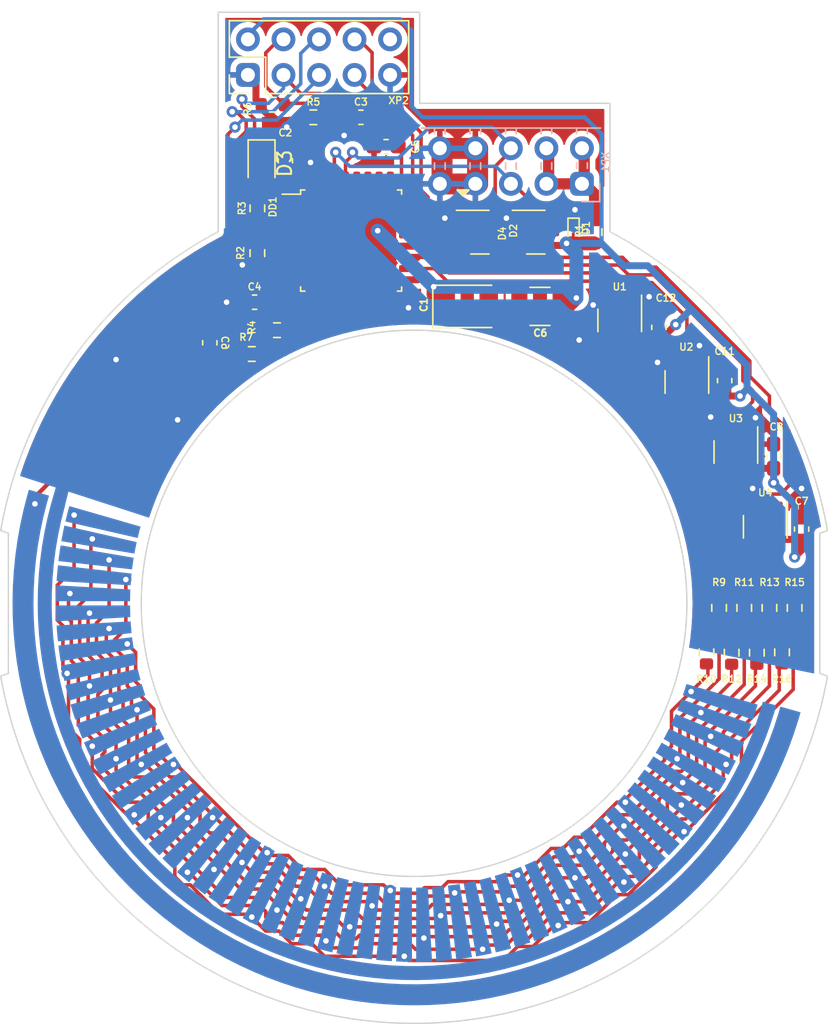
<source format=kicad_pcb>
(kicad_pcb (version 20211014) (generator pcbnew)

  (general
    (thickness 1.056)
  )

  (paper "A4")
  (layers
    (0 "F.Cu" signal)
    (31 "B.Cu" signal)
    (32 "B.Adhes" user "B.Adhesive")
    (33 "F.Adhes" user "F.Adhesive")
    (34 "B.Paste" user)
    (35 "F.Paste" user)
    (36 "B.SilkS" user "B.Silkscreen")
    (37 "F.SilkS" user "F.Silkscreen")
    (38 "B.Mask" user)
    (39 "F.Mask" user)
    (40 "Dwgs.User" user "User.Drawings")
    (41 "Cmts.User" user "User.Comments")
    (42 "Eco1.User" user "User.Eco1")
    (43 "Eco2.User" user "User.Eco2")
    (44 "Edge.Cuts" user)
    (45 "Margin" user)
    (46 "B.CrtYd" user "B.Courtyard")
    (47 "F.CrtYd" user "F.Courtyard")
    (48 "B.Fab" user)
    (49 "F.Fab" user)
    (50 "User.1" user)
    (51 "User.2" user)
    (52 "User.3" user)
    (53 "User.4" user)
    (54 "User.5" user)
    (55 "User.6" user)
    (56 "User.7" user)
    (57 "User.8" user)
    (58 "User.9" user)
  )

  (setup
    (stackup
      (layer "F.SilkS" (type "Top Silk Screen"))
      (layer "F.Paste" (type "Top Solder Paste"))
      (layer "F.Mask" (type "Top Solder Mask") (thickness 0.01))
      (layer "F.Cu" (type "copper") (thickness 0.018))
      (layer "dielectric 1" (type "prepreg") (thickness 1) (material "FR4") (epsilon_r 4.5) (loss_tangent 0.02))
      (layer "B.Cu" (type "copper") (thickness 0.018))
      (layer "B.Mask" (type "Bottom Solder Mask") (thickness 0.01))
      (layer "B.Paste" (type "Bottom Solder Paste"))
      (layer "B.SilkS" (type "Bottom Silk Screen"))
      (copper_finish "None")
      (dielectric_constraints no)
    )
    (pad_to_mask_clearance 0)
    (pcbplotparams
      (layerselection 0x00010fc_ffffffff)
      (disableapertmacros false)
      (usegerberextensions false)
      (usegerberattributes true)
      (usegerberadvancedattributes true)
      (creategerberjobfile true)
      (svguseinch false)
      (svgprecision 6)
      (excludeedgelayer true)
      (plotframeref false)
      (viasonmask false)
      (mode 1)
      (useauxorigin false)
      (hpglpennumber 1)
      (hpglpenspeed 20)
      (hpglpendiameter 15.000000)
      (dxfpolygonmode true)
      (dxfimperialunits true)
      (dxfusepcbnewfont true)
      (psnegative false)
      (psa4output false)
      (plotreference true)
      (plotvalue true)
      (plotinvisibletext false)
      (sketchpadsonfab false)
      (subtractmaskfromsilk false)
      (outputformat 1)
      (mirror false)
      (drillshape 1)
      (scaleselection 1)
      (outputdirectory "")
    )
  )

  (net 0 "")
  (net 1 "GND")
  (net 2 "/I2C_SCL")
  (net 3 "+3V3")
  (net 4 "/I2C_SDA")
  (net 5 "/RESET")
  (net 6 "Net-(DD1-Pad2)")
  (net 7 "Net-(DD1-Pad3)")
  (net 8 "/TX1")
  (net 9 "unconnected-(DD1-Pad6)")
  (net 10 "unconnected-(DD1-Pad7)")
  (net 11 "/RX1")
  (net 12 "/ANALOG_IN_1")
  (net 13 "unconnected-(DD1-Pad10)")
  (net 14 "unconnected-(DD1-Pad11)")
  (net 15 "unconnected-(DD1-Pad12)")
  (net 16 "unconnected-(DD1-Pad13)")
  (net 17 "Net-(DD1-Pad14)")
  (net 18 "Net-(DD1-Pad18)")
  (net 19 "Net-(DD1-Pad19)")
  (net 20 "/SWDIO")
  (net 21 "unconnected-(DD1-Pad22)")
  (net 22 "/SWD_CLK")
  (net 23 "/ANALOG_IN_2")
  (net 24 "unconnected-(DD1-Pad25)")
  (net 25 "/BOOT")
  (net 26 "unconnected-(DD1-Pad27)")
  (net 27 "unconnected-(DD1-Pad28)")
  (net 28 "Net-(D3-Pad2)")
  (net 29 "Net-(H1-Pad1)")
  (net 30 "Net-(H2-Pad1)")
  (net 31 "Net-(H3-Pad1)")
  (net 32 "Net-(H4-Pad1)")
  (net 33 "Net-(H5-Pad1)")
  (net 34 "Net-(H6-Pad1)")
  (net 35 "Net-(H7-Pad1)")
  (net 36 "Net-(H8-Pad1)")
  (net 37 "Net-(R1-Pad2)")
  (net 38 "Net-(DD1-Pad20)")
  (net 39 "Net-(DD1-Pad21)")
  (net 40 "Net-(R10-Pad2)")
  (net 41 "Net-(R12-Pad2)")
  (net 42 "Net-(R14-Pad2)")
  (net 43 "Net-(R16-Pad2)")
  (net 44 "unconnected-(XP2-Pad10)")
  (net 45 "ain")

  (footprint "Package_TO_SOT_SMD:SOT-23" (layer "F.Cu") (at 148.7 78.5))

  (footprint "Resistor_SMD:R_0603_1608Metric" (layer "F.Cu") (at 167.2 105.325 90))

  (footprint "Capacitor_SMD:C_0603_1608Metric_Pad1.08x0.95mm_HandSolder" (layer "F.Cu") (at 167.7 99.7 90))

  (footprint "Capacitor_SMD:C_0603_1608Metric_Pad1.08x0.95mm_HandSolder" (layer "F.Cu") (at 162.2 89.1 90))

  (footprint "Capacitor_SMD:C_0603_1608Metric_Pad1.08x0.95mm_HandSolder" (layer "F.Cu") (at 125.4 86.4 -90))

  (footprint "Diode_SMD:D_SOD-923" (layer "F.Cu") (at 151.4 78.3 -90))

  (footprint "Resistor_SMD:R_0603_1608Metric" (layer "F.Cu") (at 164.5 108.525 90))

  (footprint "Capacitor_SMD:C_1210_3225Metric" (layer "F.Cu") (at 149 83.8 180))

  (footprint "Package_TO_SOT_SMD:SOT-23" (layer "F.Cu") (at 144.7 78.5))

  (footprint "Capacitor_SMD:C_0603_1608Metric_Pad1.08x0.95mm_HandSolder" (layer "F.Cu") (at 128.6 83.5 180))

  (footprint "Capacitor_SMD:C_0603_1608Metric_Pad1.08x0.95mm_HandSolder" (layer "F.Cu") (at 136.2 70.3))

  (footprint "Resistor_SMD:R_0603_1608Metric" (layer "F.Cu") (at 161.8 105.325 90))

  (footprint "Resistor_SMD:R_0603_1608Metric" (layer "F.Cu") (at 165.4 105.325 90))

  (footprint "Capacitor_Tantalum_SMD:CP_EIA-3528-15_AVX-H" (layer "F.Cu") (at 143.8 83.8))

  (footprint "Capacitor_SMD:C_0603_1608Metric_Pad1.08x0.95mm_HandSolder" (layer "F.Cu") (at 165.7 94.5 90))

  (footprint "Package_TO_SOT_SMD:SOT-23-5" (layer "F.Cu") (at 163 94.2 -90))

  (footprint "Resistor_SMD:R_0603_1608Metric" (layer "F.Cu") (at 163.6 105.325 90))

  (footprint "Resistor_SMD:R_0603_1608Metric" (layer "F.Cu") (at 128.8 80 -90))

  (footprint "LED_SMD:LED_0805_2012Metric" (layer "F.Cu") (at 129.1 73.6 -90))

  (footprint "Resistor_SMD:R_0603_1608Metric" (layer "F.Cu") (at 128.8 76.8 90))

  (footprint "Resistor_SMD:R_0603_1608Metric" (layer "F.Cu") (at 162.7 108.525 90))

  (footprint "Connector_PinHeader_2.54mm:PinHeader_2x05_P2.54mm_Vertical" (layer "F.Cu") (at 128.125 67.275 90))

  (footprint "Package_TO_SOT_SMD:SOT-23-5" (layer "F.Cu") (at 154.7 84.8 -90))

  (footprint "Capacitor_SMD:C_0603_1608Metric_Pad1.08x0.95mm_HandSolder" (layer "F.Cu") (at 138 72.4 180))

  (footprint "Resistor_SMD:R_0603_1608Metric" (layer "F.Cu") (at 128.4 87.2 180))

  (footprint "Resistor_SMD:R_0603_1608Metric" (layer "F.Cu") (at 152.9 78.5 90))

  (footprint "Package_TO_SOT_SMD:SOT-23-5" (layer "F.Cu") (at 159.5 89.2 -90))

  (footprint "Resistor_SMD:R_0603_1608Metric" (layer "F.Cu") (at 160.9 108.5 90))

  (footprint "Package_TO_SOT_SMD:SOT-23-5" (layer "F.Cu") (at 165.1 99.5375 -90))

  (footprint "Capacitor_SMD:C_0603_1608Metric_Pad1.08x0.95mm_HandSolder" (layer "F.Cu") (at 157.5 85.3 90))

  (footprint "Package_QFP:LQFP-32_7x7mm_P0.8mm" (layer "F.Cu") (at 135.5 79.1))

  (footprint "Resistor_SMD:R_0603_1608Metric" (layer "F.Cu") (at 132.8 70.3 180))

  (footprint "Resistor_SMD:R_0603_1608Metric" (layer "F.Cu") (at 129.9 69.4))

  (footprint "Resistor_SMD:R_0603_1608Metric" (layer "F.Cu") (at 166.3 108.5 90))

  (footprint "Resistor_SMD:R_0603_1608Metric" (layer "F.Cu") (at 130.2 85.5 180))

  (footprint "Capacitor_SMD:C_0603_1608Metric_Pad1.08x0.95mm_HandSolder" (layer "F.Cu") (at 130.8 73.4 90))

  (footprint "Connector_PinHeader_2.54mm:PinHeader_2x05_P2.54mm_Horizontal" (layer "B.Cu") (at 152 75.05 90))

  (gr_poly
    (pts
      (xy 143.5 75.9)
      (xy 143.1 75.5)
      (xy 143.9 75.5)
    ) (layer "F.SilkS") (width 0.15) (fill solid) (tstamp 7d15d412-e4b0-4225-b93c-c4bce21bd3b0))
  (gr_circle (center 140 105) (end 159.5 105) (layer "Edge.Cuts") (width 0.1) (fill none) (tstamp 07f24a9e-3572-4c2d-ac29-c827f77f5702))
  (gr_line (start 169 100) (end 169 110) (layer "Edge.Cuts") (width 0.1) (tstamp 0c182039-4e2c-4439-b725-e9626ee4a8a9))
  (gr_line (start 140.4 62.8) (end 140.4 69.3) (layer "Edge.Cuts") (width 0.1) (tstamp 4f285eeb-4874-4f33-9b6f-3b8fd999653f))
  (gr_arc (start 169.546113 110.198769) (mid 140 134.990901) (end 110.453887 110.198769) (layer "Edge.Cuts") (width 0.1) (tstamp 4ffcc6b2-cc80-4982-85b5-2ed7bfd889de))
  (gr_line (start 169 110) (end 169.546113 110.198769) (layer "Edge.Cuts") (width 0.1) (tstamp 6246f21a-00ae-460d-a387-fa28696ada15))
  (gr_line (start 110.453887 110.198769) (end 111 110) (layer "Edge.Cuts") (width 0.1) (tstamp 7e1dba86-b6ec-4054-aa5e-25893547eb70))
  (gr_arc (start 154 78.467002) (mid 164.245561 87.332419) (end 169.546113 99.801231) (layer "Edge.Cuts") (width 0.1) (tstamp 8e980cc9-9803-4921-9e7a-faeb22b741bc))
  (gr_line (start 154 69.3) (end 140.4 69.3) (layer "Edge.Cuts") (width 0.1) (tstamp 9a7b6ecf-7fad-4c08-9594-b444c9ef7cbe))
  (gr_line (start 154 78.467002) (end 154 69.3) (layer "Edge.Cuts") (width 0.1) (tstamp 9bd82858-611b-4a2f-b28f-19a218503ff8))
  (gr_line (start 126 62.8) (end 126 78.467002) (layer "Edge.Cuts") (width 0.1) (tstamp ae1e66d6-e7ea-4cac-8425-ff5d1d96c288))
  (gr_arc (start 110.453887 99.801231) (mid 115.754439 87.332419) (end 126 78.467002) (layer "Edge.Cuts") (width 0.1) (tstamp b33d81dc-1924-4751-9042-8aec79e5dde4))
  (gr_line (start 111 100) (end 110.453887 99.801231) (layer "Edge.Cuts") (width 0.1) (tstamp b8275776-5fb7-47c0-9f6f-664564bbb32b))
  (gr_line (start 169.546113 99.801231) (end 169 100) (layer "Edge.Cuts") (width 0.1) (tstamp c06e2beb-41fd-4ec5-9fb6-5ff524cfc952))
  (gr_line (start 111 110) (end 111 100) (layer "Edge.Cuts") (width 0.1) (tstamp d300d13d-6e4e-4b91-82a8-ede4cdbdffa1))
  (gr_line (start 140.4 62.8) (end 126 62.8) (layer "Edge.Cuts") (width 0.1) (tstamp e1208eb3-aa36-411f-a9c5-d5f2033e8cd6))

  (segment (start 128.7 69.025) (end 129.075 69.4) (width 0.5) (layer "F.Cu") (net 1) (tstamp 07463afb-173e-432a-a0e4-44cb9156395a))
  (segment (start 144.54 72.52) (end 142 72.52) (width 1.5) (layer "F.Cu") (net 1) (tstamp 07d109f9-9f85-4b4c-b54d-575008790af4))
  (segment (start 129.075 69.6375) (end 129.9 70.4625) (width 0.5) (layer "F.Cu") (net 1) (tstamp 106808ad-7c5d-48dd-b9b1-8fc365f20768))
  (segment (start 164.4 91.7495) (end 165.7 93.0495) (width 0.3) (layer "F.Cu") (net 1) (tstamp 14bd678c-46ae-439c-ad88-b0cbee961024))
  (segment (start 147.7625 77.55) (end 146.65 77.55) (width 0.5) (layer "F.Cu") (net 1) (tstamp 1c9753a8-d521-4196-acad-2dee03daf1a9))
  (segment (start 157.6625 88.0625) (end 157.4 87.8) (width 0.3) (layer "F.Cu") (net 1) (tstamp 26d0fe8c-a8b5-43a3-9807-faae007ae5c2))
  (segment (start 129.075 69.4) (end 129.075 69.6375) (width 0.25) (layer "F.Cu") (net 1) (tstamp 271e5da0-07a5-44d6-8d79-97026a0e3e64))
  (segment (start 129.9 70.4625) (end 129.9 70.9) (width 0.25) (layer "F.Cu") (net 1) (tstamp 3a6ba0c2-95db-4523-8bdd-332c0610eda5))
  (segment (start 128.125 66.975) (end 128.7 67.55) (width 0.5) (layer "F.Cu") (net 1) (tstamp 4feb55fd-3528-4bf2-b711-ac6a18232a01))
  (segment (start 126.6 83.5) (end 127.7375 83.5) (width 0.25) (layer "F.Cu") (net 1) (tstamp 5726b3c7-2b95-4430-99e5-27f8506a3256))
  (segment (start 143.7125 77.5) (end 143.7625 77.55) (width 0.5) (layer "F.Cu") (net 1) (tstamp 68204195-cf5f-4964-bd99-ca228e954951))
  (segment (start 142.2 77.5) (end 143.7125 77.5) (width 0.5) (layer "F.Cu") (net 1) (tstamp 686967c3-8344-49f1-bcb6-f98ca59dc470))
  (segment (start 146.65 77.55) (end 146.6 77.5) (width 0.5) (layer "F.Cu") (net 1) (tstamp 6a483616-4287-4753-8a25-a11a849c71fd))
  (segment (start 158.55 88.0625) (end 157.6625 88.0625) (width 0.3) (layer "F.Cu") (net 1) (tstamp 740aec9e-b499-4988-9655-d17c317827cd))
  (segment (start 130.8 71.8) (end 130.8 72.5375) (width 0.25) (layer "F.Cu") (net 1) (tstamp 7c399e77-6ac9-401c-bc55-83c542b43225))
  (segment (start 167.7 96.8) (end 167.7 98.8375) (width 0.3) (layer "F.Cu") (net 1) (tstamp 803d6ee5-87b4-445a-9a51-1f3194270970))
  (segment (start 128.7 67.55) (end 128.7 69.025) (width 0.5) (layer "F.Cu") (net 1) (tstamp 8353e4b8-275c-410b-9cd5-0364950e6b19))
  (segment (start 151.4 77) (end 151.4 77.88) (width 0.5) (layer "F.Cu") (net 1) (tstamp 93aef415-7eb1-40e0-82b7-8280a4207a9a))
  (segment (start 151.5 76.9) (end 151.4 77) (width 0.5) (layer "F.Cu") (net 1) (tstamp a41d6eb0-fe1b-458b-b551-39eaec4cfba8))
  (segment (start 129.9 70.9) (end 130.8 71.8) (width 0.25) (layer "F.Cu") (net 1) (tstamp a7a7b8f6-7e66-43ef-863c-6ee151829075))
  (segment (start 160.4 86.6) (end 162.4 88.6) (width 0.3) (layer "F.Cu") (net 1) (tstamp b4cfb1e5-49c2-4b2e-891d-1f533d47e505))
  (segment (start 142 75.06) (end 144.54 75.06) (width 1.5) (layer "F.Cu") (net 1) (tstamp d1812db8-6d1c-46bc-93cc-72a801c4dea6))
  (segment (start 157.5 83.812299) (end 157.5 84.4375) (width 0.25) (layer "F.Cu") (net 1) (tstamp d7706a9f-a6eb-4237-915b-645b3b9e24a2))
  (segment (start 142 72.52) (end 142 75.06) (width 1.5) (layer "F.Cu") (net 1) (tstamp d7db26a3-e948-4841-ae5f-3826371561fb))
  (segment (start 144.54 75.06) (end 144.54 72.52) (width 1.5) (layer "F.Cu") (net 1) (tstamp ef876251-de6f-40d2-afee-9ecc00a3ee01))
  (segment (start 156.8 83.112299) (end 157.5 83.812299) (width 0.25) (layer "F.Cu") (net 1) (tstamp f95cbb1f-3c47-4eae-bc19-9203aca685c7))
  (segment (start 165.7 93.0495) (end 165.7 93.6375) (width 0.3) (layer "F.Cu") (net 1) (tstamp feadaafb-f057-4874-a211-815e649c4d9e))
  (via (at 164.2 96.8) (size 0.8) (drill 0.4) (layers "F.Cu" "B.Cu") (net 1) (tstamp 08f1840b-e4a4-4701-b7bd-7e526b931684))
  (via (at 151.5 76.9) (size 0.8) (drill 0.4) (layers "F.Cu" "B.Cu") (net 1) (tstamp 1081599e-6a9e-4fb6-a375-faca03ae4e2e))
  (via (at 127.7245 80.837701) (size 0.8) (drill 0.4) (layers "F.Cu" "B.Cu") (net 1) (tstamp 137224c7-5661-4b0e-b70e-0e3aa024e1ad))
  (via (at 130.9 71) (size 0.8) (drill 0.4) (layers "F.Cu" "B.Cu") (net 1) (tstamp 13ba043c-7cce-41bb-92f4-40d794032fd8))
  (via (at 132.6 73.5245) (size 0.8) (drill 0.4) (layers "F.Cu" "B.Cu") (net 1) (tstamp 1b078630-c26b-4a0b-b5a2-082dd8907804))
  (via (at 167.7 96.8) (size 0.8) (drill 0.4) (layers "F.Cu" "B.Cu") (net 1) (tstamp 3cf60769-0a98-4fb5-8e6f-8b79c24fb53c))
  (via (at 156.8 83.112299) (size 0.8) (drill 0.4) (layers "F.Cu" "B.Cu") (net 1) (tstamp 48cc58f9-a540-48fe-b93e-87ecdd9cd1c4))
  (via (at 161.2 91.7) (size 0.8) (drill 0.4) (layers "F.Cu" "B.Cu") (net 1) (tstamp 58c6a788-ed4c-4a3b-9c8b-d0019bd89651))
  (via (at 157.4 87.8) (size 0.8) (drill 0.4) (layers "F.Cu" "B.Cu") (net 1) (tstamp 5abfba0b-9c5c-4236-a272-00409acf1aa6))
  (via (at 139.6 83.9) (size 0.8) (drill 0.4) (layers "F.Cu" "B.Cu") (net 1) (tstamp 7549da1d-9106-45a7-88ee-a8c98383906d))
  (via (at 126.6 83.5) (size 0.8) (drill 0.4) (layers "F.Cu" "B.Cu") (net 1) (tstamp 840afcc4-fae7-4423-ada5-7b98f6ee093f))
  (via (at 142.2 77.5) (size 0.8) (drill 0.4) (layers "F.Cu" "B.Cu") (net 1) (tstamp 894ba04f-9639-4d49-97cb-4b6b02e7b4ac))
  (via (at 151.8 86.2) (size 0.8) (drill 0.4) (layers "F.Cu" "B.Cu") (net 1) (tstamp 8f316338-cf6c-48d6-a9d9-cc37152ffbb1))
  (via (at 118.7 87.6) (size 0.8) (drill 0.4) (layers "F.Cu" "B.Cu") (net 1) (tstamp 9158794e-f5cc-4e86-9691-77724b69feb0))
  (via (at 152.8 83.7) (size 0.8) (drill 0.4) (layers "F.Cu" "B.Cu") (net 1) (tstamp a4bc12ec-7333-4850-815e-87288784272e))
  (via (at 160.4 86.6) (size 0.8) (drill 0.4) (layers "F.Cu" "B.Cu") (net 1) (tstamp a6126f15-1336-4f32-a30d-1bc120b39919))
  (via (at 146.6 77.5) (size 0.8) (drill 0.4) (layers "F.Cu" "B.Cu") (net 1) (tstamp b52bb241-3b81-47f2-8c6c-4614aa0102df))
  (via (at 135 71.6) (size 0.8) (drill 0.4) (layers "F.Cu" "B.Cu") (net 1) (tstamp ca017d89-fdfa-4348-925c-81ce527e0e86))
  (via (at 123.1 91.9) (size 0.8) (drill 0.4) (layers "F.Cu" "B.Cu") (net 1) (tstamp d601513e-649c-466f-af1f-4b50a4168fad))
  (via (at 164.4 91.7495) (size 0.8) (drill 0.4) (layers "F.Cu" "B.Cu") (net 1) (tstamp ff7f70bf-cbd1-4422-9337-02afbec8faaf))
  (segment (start 146.6 77.5) (end 142.2 77.5) (width 0.5) (layer "B.Cu") (net 1) (tstamp 2792da35-f1d9-4f40-ab85-03986969c43d))
  (segment (start 157.3 87.9) (end 157.4 87.8) (width 0.3) (layer "B.Cu") (net 1) (tstamp 4c8dbb57-c5d0-4370-bac2-3406441c4d6a))
  (segment (start 135.6 73) (end 135.1 73.5) (width 0.25) (layer "F.Cu") (net 2) (tstamp 205588c3-d8cf-4803-a716-d9f777d522bc))
  (segment (start 145.6375 78.5) (end 145.8 78.3375) (width 0.25) (layer "F.Cu") (net 2) (tstamp 4ce8bc74-d49f-4e87-8e0e-93a00c711f88))
  (segment (start 135.6 72.8) (end 135.6 73) (width 0.25) (layer "F.Cu") (net 2) (tstamp 5a4091bd-8ff7-4025-96e3-b7342cfca6f7))
  (segment (start 145.8 78.3375) (end 145.8 73.805) (width 0.25) (layer "F.Cu") (net 2) (tstamp d7285f7f-9f5d-46bc-87a0-4914da5ecb7a))
  (segment (start 145.8 73.805) (end 147.095 72.51) (width 0.25) (layer "F.Cu") (net 2) (tstamp de0cb652-bd1c-4098-b680-87b98e9465c8))
  (segment (start 135.1 73.5) (end 135.1 74.925) (width 0.25) (layer "F.Cu") (net 2) (tstamp f5c9c2c6-78b6-423a-84ad-a554d17162c4))
  (via (at 135.6 72.8) (size 0.8) (drill 0.4) (layers "F.Cu" "B.Cu") (net 2) (tstamp 051d7770-1344-491c-b02c-a8fc8a13a6e0))
  (segment (start 145.585 71) (end 147.095 72.51) (width 0.25) (layer "B.Cu") (net 2) (tstamp 12094ece-1bb3-4928-99f9-64d19b8741c0))
  (segment (start 136 73.2) (end 138.9 73.2) (width 0.25) (layer "B.Cu") (net 2) (tstamp 275add2b-0714-4dfa-8bc3-3f100a23f71f))
  (segment (start 135.6 72.8) (end 136 73.2) (width 0.25) (layer "B.Cu") (net 2) (tstamp 336d2ba9-7db9-46cf-b06c-62efb3a7ee91))
  (segment (start 141.1 71) (end 145.585 71) (width 0.25) (layer "B.Cu") (net 2) (tstamp 963741a6-6c85-441c-9f0e-353f27ec0b8b))
  (segment (start 138.9 73.2) (end 141.1 71) (width 0.25) (layer "B.Cu") (net 2) (tstamp ebed5ebe-9112-44d6-a9d8-7b331ee73235))
  (segment (start 167.7 100.5625) (end 167.7 101.2) (width 0.5) (layer "F.Cu") (net 3) (tstamp 0a952d00-5a2f-4b56-9dfb-5b38c91e52c6))
  (segment (start 139.1 75.5) (end 138.87452 75.72548) (width 0.25) (layer "F.Cu") (net 3) (tstamp 0b18a3a1-1ba9-4070-bb3c-776593b7246c))
  (segment (start 131.1 83.5) (end 131.9 82.7) (width 0.3) (layer "F.Cu") (net 3) (tstamp 191251c5-3d77-440c-8a4b-59cde83b7b9e))
  (segment (start 157.6375 86.1625) (end 157.5 86.1625) (width 0.5) (layer "F.Cu") (net 3) (tstamp 207a1adb-7b4f-4050-9fc8-8062dba7ebc4))
  (segment (start 131.078125 74.2625) (end 130.8 74.2625) (width 0.3) (layer "F.Cu") (net 3) (tstamp 346ffbad-d7c0-4cda-a689-f10f685fb94c))
  (segment (start 167.7 101.2) (end 167.2 101.7) (width 0.5) (layer "F.Cu") (net 3) (tstamp 364bef12-113c-4edb-94c0-c065283dca4d))
  (segment (start 163.975 95.3625) (end 163.95 95.3375) (width 0.5) (layer "F.Cu") (net 3) (tstamp 3bcc6dda-ba56-469f-b0c0-ba65f9cd185b))
  (segment (start 155.68125 86) (end 157.31875 86) (width 0.6) (layer "F.Cu") (net 3) (tstamp 3e4e1a56-65a9-401d-a4ba-1bf0dd6bd5f1))
  (segment (start 162.4375 90.2) (end 162.2 89.9625) (width 0.5) (layer "F.Cu") (net 3) (tstamp 496f7cd1-25c7-4071-aa20-40d81e50b8ee))
  (segment (start 131.975 70.3) (end 131.8 70.475) (width 0.3) (layer "F.Cu") (net 3) (tstamp 4a734e8c-369c-4bb8-b786-a974b034cd31))
  (segment (start 152.875 79.3) (end 150.95 79.3) (width 1) (layer "F.Cu") (net 3) (tstamp 5640ea22-7d63-4fb4-b566-d7531b657b3d))
  (segment (start 151 83.8) (end 151.6 83.2) (width 1) (layer "F.Cu") (net 3) (tstamp 5cc9d114-a6b4-4628-9def-440939602675))
  (segment (start 130.8 74.2625) (end 131.325 74.7875) (width 0.3) (layer "F.Cu") (net 3) (tstamp 6338b7db-afbb-4383-a8a2-5a78b6436e1a))
  (segment (start 166.05 100.4375) (end 167.575 100.4375) (width 0.5) (layer "F.Cu") (net 3) (tstamp 7565fc30-8e58-428b-ac93-6d03b7bd1ebf))
  (segment (start 167.575 100.4375) (end 167.7 100.5625) (width 0.5) (layer "F.Cu") (net 3) (tstamp 75ded6b9-c18a-4530-bcb4-9ad27e4a2cc1))
  (segment (start 163.3 90.2) (end 162.4375 90.2) (width 0.5) (layer "F.Cu") (net 3) (tstamp 7f7f0b12-c6d1-435b-b470-c21940fb1b12))
  (segment (start 131.325 74.7875) (end 131.325 76.3) (width 0.3) (layer "F.Cu") (net 3) (tstamp 85af37ce-5b9e-4687-a77c-7c91f57e8633))
  (segment (start 165.7 95.3625) (end 163.975 95.3625) (width 0.5) (layer "F.Cu") (net 3) (tstamp 874a2725-432c-4313-982b-964b83eb50c4))
  (segment (start 141.4 82.9375) (end 142.2625 83.8) (width 1) (layer "F.Cu") (net 3) (tstamp 89f5c547-c1b4-4d69-8488-2dc591cb3d42))
  (segment (start 131.8 73.540625) (end 131.078125 74.2625) (width 0.3) (layer "F.Cu") (net 3) (tstamp 8c5235c8-f30a-4d47-a4ee-8efeb294aa13))
  (segment (start 150.475 83.8) (end 151 83.8) (width 1) (layer "F.Cu") (net 3) (tstamp a7136b53-33fa-4da8-afbd-8cf0e90ee4b2))
  (segment (start 151.4 79.4) (end 151.45 79.45) (width 0.25) (layer "F.Cu") (net 3) (tstamp b3ba148b-0c63-40ea-84b3-848ccd0e5ba6))
  (segment (start 129.4625 83.5) (end 131.1 83.5) (width 0.3) (layer "F.Cu") (net 3) (tstamp bd21b0c3-bfb8-4831-b2f6-b7b2f365566f))
  (segment (start 139.1 72.6375) (end 139.1 75.5) (width 0.25) (layer "F.Cu") (net 3) (tstamp c688fa31-61cd-4aba-a866-5187045e31b2))
  (segment (start 160.5 90.4) (end 162.1 90.4) (width 0.6) (layer "F.Cu") (net 3) (tstamp d0e8f4aa-72b5-4a0d-9dcb-67031395c710))
  (segment (start 158.7 85.1) (end 157.6375 86.1625) (width 0.5) (layer "F.Cu") (net 3) (tstamp dc6e77ef-4cd6-4299-82f9-f3dd1b93adde))
  (segment (start 139.7 81.925) (end 139.675 81.9) (width 0.3) (layer "F.Cu") (net 3) (tstamp e01d77a1-b64c-4108-bdbf-eb2248c000e8))
  (segment (start 150.9 79.3) (end 150.75 79.45) (width 0.5) (layer "F.Cu") (net 3) (tstamp e287480c-a003-4869-b480-710de2423abe))
  (segment (start 131.8 70.475) (end 131.8 73.540625) (width 0.3) (layer "F.Cu") (net 3) (tstamp e82b805d-1c2f-4bd1-ae25-66f0bd1c394e))
  (segment (start 151.4 79.02) (end 151.4 79.4) (width 0.25) (layer "F.Cu") (net 3) (tstamp e83469f3-84ee-4c3f-b278-78c0d5e3159b))
  (segment (start 165.7 96.4) (end 165.7 95.3625) (width 0.5) (layer "F.Cu") (net 3) (tstamp ec387553-2176-4b29-a1f4-9f460c9c6ae4))
  (segment (start 143.7625 79.45) (end 147.7625 79.45) (width 0.5) (layer "F.Cu") (net 3) (tstamp f0e452d6-c1c6-49a3-b949-0dd2d1d2940c))
  (segment (start 141.4 82.4) (end 141.4 82.9375) (width 1) (layer "F.Cu") (net 3) (tstamp f232ccd7-e09d-495e-90da-e83d2db9d625))
  (segment (start 138.8625 72.4) (end 139.1 72.6375) (width 0.25) (layer "F.Cu") (net 3) (tstamp f7624bc2-9b36-44d7-90e7-2d26fb12c064))
  (segment (start 150.75 79.45) (end 147.7625 79.45) (width 0.5) (layer "F.Cu") (net 3) (tstamp f984759e-98d6-461f-8fb8-899ed181f403))
  (via (at 165.7 96.4) (size 0.8) (drill 0.4) (layers "F.Cu" "B.Cu") (net 3) (tstamp 7d3418c5-71e3-45e4-a14f-d03e48645ebd))
  (via (at 151.6 83.2) (size 0.8) (drill 0.4) (layers "F.Cu" "B.Cu") (net 3) (tstamp 84a61b66-ac62-4f22-b34d-9b51ff700b80))
  (via (at 158.7 85.1) (size 0.8) (drill 0.4) (layers "F.Cu" "B.Cu") (net 3) (tstamp 8b054287-0402-4a7f-aab0-4afa4061006d))
  (via (at 141.4 82.4) (size 0.8) (drill 0.4) (layers "F.Cu" "B.Cu") (net 3) (tstamp 98becf28-0133-4a8a-864f-9048c984cb35))
  (via (at 167.2 101.7) (size 0.8) (drill 0.4) (layers "F.Cu" "B.Cu") (net 3) (tstamp c1416adb-b74a-4ff0-8560-090866fee0e1))
  (via (at 137.4 78.4) (size 0.8) (drill 0.4) (layers "F.Cu" "B.Cu") (net 3) (tstamp dab5fc99-5bc7-42f0-9f75-fd88340a4383))
  (via (at 163.3 90.2) (size 0.8) (drill 0.4) (layers "F.Cu" "B.Cu") (net 3) (tstamp e6293178-fd27-4cfc-94db-a39356593e73))
  (via (at 150.9 79.3) (size 0.8) (drill 0.4) (layers "F.Cu" "B.Cu") (net 3) (tstamp fda22622-bd5b-404e-bb2a-d88b2049fe76))
  (segment (start 155 80.9) (end 153.4 79.3) (width 0.5) (layer "B.Cu") (net 3) (tstamp 04dc39f5-22b6-4a29-90e3-ddd35b0ffffb))
  (segment (start 153.4 71.5) (end 153.4 79.3) (width 0.3) (layer "B.Cu") (net 3) (tstamp 0d0494ce-cfb4-42c6-b71d-b88885fe9f0f))
  (segment (start 137.4 78.4) (end 141.4 82.4) (width 1) (layer "B.Cu") (net 3) (tstamp 14af7f4a-0613-4b62-8764-9a5c321f4196))
  (segment (start 156.7 80.9) (end 155 80.9) (width 0.5) (layer "B.Cu") (net 3) (tstamp 1f94e2f5-a22d-4248-bb2c-04cddc0b2663))
  (segment (start 167.2 97.9) (end 165.7 96.4) (width 0.5) (layer "B.Cu") (net 3) (tstamp 238b9a2c-fc97-46b5-9519-8b0a3f85c908))
  (segment (start 160 84.2) (end 156.7 80.9) (width 0.5) (layer "B.Cu") (net 3) (tstamp 2c102874-da30-4869-b33b-2c82aa0d0240))
  (segment (start 139 63.3) (end 139.8 64.1) (width 0.3) (layer "B.Cu") (net 3) (tstamp 2cc1b7c4-dd5b-4aee-a843-126f561cb9a9))
  (segment (start 128.125 64.435) (end 129.26 63.3) (width 0.3) (layer "B.Cu") (net 3) (tstamp 2fb7ebe8-73a8-4fd3-8d7c-434efa8cbbf5))
  (segment (start 163.8 88) (end 163.8 89.6) (width 0.5) (layer "B.Cu") (net 3) (tstamp 408e05de-753e-4ea4-970c-d8aec93c4414))
  (segment (start 153.4 79.3) (end 150.9 79.3) (width 0.5) (layer "B.Cu") (net 3) (tstamp 42a86120-6e91-4760-9386-f127d1ad5138))
  (segment (start 129.26 63.3) (end 139 63.3) (width 0.3) (layer "B.Cu") (net 3) (tstamp 439eaecd-5a41-43fd-98c2-cab2368b4f0c))
  (segment (start 165.7 91.5) (end 165.7 96.4) (width 0.5) (layer "B.Cu") (net 3) (tstamp 4521f21b-20bd-410a-b84c-d68f340f43cc))
  (segment (start 139.8 64.1) (end 139.8 69.5) (width 0.3) (layer "B.Cu") (net 3) (tstamp 47c7527d-2f61-4642-975e-6702dc6cf7ee))
  (segment (start 150.9 79.3) (end 151.6 80) (width 1) (layer "B.Cu") (net 3) (tstamp 485e53ee-5b71-4d61-a1e3-d6e8c3a36b1f))
  (segment (start 150.8 82.4) (end 141.4 82.4) (width 1) (layer "B.Cu") (net 3) (tstamp 4ed9ba4a-e28a-4bfc-a17e-4ccdcc30e049))
  (segment (start 152.2 70.3) (end 153.4 71.5) (width 0.3) (layer "B.Cu") (net 3) (tstamp 5d60c08b-b737-4800-a755-ec72e7fb79d3))
  (segment (start 158.7 85.1) (end 159.8 84) (width 0.5) (layer "B.Cu") (net 3) (tstamp 776cc4a5-3313-4556-a329-4dd11d1fa731))
  (segment (start 167.2 101.7) (end 167.2 97.9) (width 0.5) (layer "B.Cu") (net 3) (tstamp 77e68e16-16a3-46fe-a731-e48a21c8b644))
  (segment (start 151.6 82) (end 151.6 83.2) (width 0.5) (layer "B.Cu") (net 3) (tstamp 8a83167b-42d8-4d78-baaa-f7c45e53bdc6))
  (segment (start 139.8 69.5) (end 140.6 70.3) (width 0.3) (layer "B.Cu") (net 3) (tstamp 8e137ac6-0465-47a2-97d7-7d7ee5d31119))
  (segment (start 160 84.2) (end 163.8 88) (width 0.5) (layer "B.Cu") (net 3) (tstamp a255a620-832f-4f5b-9304-5524136b033b))
  (segment (start 140.6 70.3) (end 152.2 70.3) (width 0.3) (layer "B.Cu") (net 3) (tstamp b2e405d0-f389-48e1-b560-ce347c9b6da2))
  (segment (start 151.6 80) (end 151.6 83.2) (width 1) (layer "B.Cu") (net 3) (tstamp c6962c77-530a-47cc-9a7b-e3a4baa0a3e1))
  (segment (start 163.3 90.2) (end 163.8 89.7) (width 0.5) (layer "B.Cu") (net 3) (tstamp e0a67d53-8868-441f-b1a0-c7275c9d3682))
  (segment (start 163.8 89.6) (end 165.7 91.5) (width 0.5) (layer "B.Cu") (net 3) (tstamp e974d07c-44db-43fc-8446-9fc16af455d9))
  (segment (start 159.8 84) (end 160 84.2) (width 0.5) (layer "B.Cu") (net 3) (tstamp ebb61043-3e3e-4370-a19a-92cc07767cef))
  (segment (start 151.6 83.2) (end 150.8 82.4) (width 1) (layer "B.Cu") (net 3) (tstamp f68e6471-1abe-4ccb-b7fb-2a8c6121fb5c))
  (segment (start 134.3 72.9) (end 134.3 74.925) (width 0.25) (layer "F.Cu") (net 4) (tstamp 9b22ad51-ad47-417e-967f-0ccdb337e022))
  (segment (start 134.4 72.8) (end 134.3 72.9) (width 0.25) (layer "F.Cu") (net 4) (tstamp abe5b90c-4a29-4c97-a757-4223a1d34504))
  (segment (start 149.6375 78.5) (end 149.6375 77.5925) (width 0.25) (layer "F.Cu") (net 4) (tstamp f919eb54-6f80-4aaa-a627-4cdd70bb7490))
  (segment (start 149.6375 77.5925) (end 147.095 75.05) (width 0.25) (layer "F.Cu") (net 4) (tstamp fb276129-2a6b-499b-b9ec-8906d1480f08))
  (via (at 134.4 72.8) (size 0.8) (drill 0.4) (layers "F.Cu" "B.Cu") (net 4) (tstamp 81442ce8-4fc5-405f-8f2b-162cb6d37ddd))
  (segment (start 134.4 72.8) (end 135.4 73.8) (width 0.25) (layer "B.Cu") (net 4) (tstamp 47b2b8a2-5a09-4178-9fb7-62dac00fa45d))
  (segment (start 135.4 73.8) (end 145.845 73.8) (width 0.25) (layer "B.Cu") (net 4) (tstamp ad1b9a33-6a0d-4b5e-b02f-382b3252a213))
  (segment (start 145.845 73.8) (end 147.095 75.05) (width 0.25) (layer "B.Cu") (net 4) (tstamp c09fadf0-ab58-4eb9-a8e4-cabecbea40a6))
  (segment (start 129.3 80) (end 130.6 78.7) (width 0.25) (layer "F.Cu") (net 5) (tstamp 084dbceb-e1b6-43bb-9936-912b71a51830))
  (segment (start 127.9 79.7) (end 128.2 80) (width 0.25) (layer "F.Cu") (net 5) (tstamp 25d767f5-1201-46ee-b4fb-271818f77b78))
  (segment (start 131.9 68.6) (end 130.665 67.365) (width 0.25) (layer "F.Cu") (net 5) (tstamp 54c3ba2a-6bb5-4018-b5eb-c0b34730f4fe))
  (segment (start 128.6 70.420892) (end 128.6 71.505184) (width 0.25) (layer "F.Cu") (net 5) (tstamp 73dc41fb-5f67-449f-b29b-2df08540cb6d))
  (segment (start 130.6 78.7) (end 131.325 78.7) (width 0.25) (layer "F.Cu") (net 5) (tstamp 8f24ad63-01c2-43bc-8a55-75b402654a39))
  (segment (start 127.9 72.205184) (end 127.9 79.7) (width 0.25) (layer "F.Cu") (net 5) (tstamp 94ecc95c-0416-4bbf-baa7-6252d896c84f))
  (segment (start 127.7 69) (end 127.7 69.520892) (width 0.25) (layer "F.Cu") (net 5) (tstamp 99ee9823-3670-44b8-b4f1-5f27d5584589))
  (segment (start 133.625 68.925) (end 133.3 68.6) (width 0.25) (layer "F.Cu") (net 5) (tstamp b7fadfa4-b1d3-4106-a20e-2edb3471344b))
  (segment (start 128.2 80) (end 129.3 80) (width 0.25) (layer "F.Cu") (net 5) (tstamp b8e43139-92ef-46ee-b373-5160515a3233))
  (segment (start 127.7 69.520892) (end 128.6 70.420892) (width 0.25) (layer "F.Cu") (net 5) (tstamp b9bfeb1a-7627-413e-b187-ef4e28bb8a8c))
  (segment (start 133.3 68.6) (end 131.9 68.6) (width 0.25) (layer "F.Cu") (net 5) (tstamp da9dfd61-3d5a-4f9b-8378-974ffa6bc448))
  (segment (start 133.625 70.3) (end 133.625 68.925) (width 0.25) (layer "F.Cu") (net 5) (tstamp dd6b8a59-926d-4911-ae4e-09fcd8135177))
  (segment (start 135.3375 70.3) (end 133.625 70.3) (width 0.25) (layer "F.Cu") (net 5) (tstamp e6aec8f6-d4d6-4a74-b85d-bd70fd043d31))
  (segment (start 130.665 67.365) (end 130.665 66.975) (width 0.25) (layer "F.Cu") (net 5) (tstamp e78f93d5-7d2d-4d4b-b89d-c11cf5541780))
  (segment (start 128.6 71.505184) (end 127.9 72.205184) (width 0.25) (layer "F.Cu") (net 5) (tstamp ec6d3fca-3285-4cfe-a4ac-b69706902b1c))
  (via (at 127.7 69) (size 0.8) (drill 0.4) (layers "F.Cu" "B.Cu") (net 5) (tstamp 01fb16b7-8060-49e5-b50c-dbfd48c2e23a))
  (segment (start 127.7 69) (end 128 69.3) (width 0.25) (layer "B.Cu") (net 5) (tstamp 0b9ad2b4-624b-4312-8d65-e441e305d155))
  (segment (start 128 69.3) (end 129.6 69.3) (width 0.25) (layer "B.Cu") (net 5) (tstamp 5e47f060-4f1e-43f4-a942-578037c9fec2))
  (segment (start 129.6 69.3) (end 130.665 68.235) (width 0.25) (layer "B.Cu") (net 5) (tstamp bfd90c67-da5f-4370-8558-416e37ea9617))
  (segment (start 130.665 68.235) (end 130.665 66.975) (width 0.25) (layer "B.Cu") (net 5) (tstamp cfb2950a-e939-450d-832e-6bfff7dee624))
  (segment (start 131.325 77.1) (end 130.3 77.1) (width 0.25) (layer "F.Cu") (net 6) (tstamp 6bef7e89-a316-4362-9f6d-7e1f3d8380d6))
  (segment (start 129.775 77.625) (end 128.8 77.625) (width 0.25) (layer "F.Cu") (net 6) (tstamp 88fc6b44-ccb6-4a63-b79a-45e5d495603a))
  (segment (start 130.3 77.1) (end 129.775 77.625) (width 0.25) (layer "F.Cu") (net 6) (tstamp ca9d5d16-f98c-440b-9f53-18647062e5b1))
  (segment (start 128.864283 79.239283) (end 128.8 79.175) (width 0.25) (layer "F.Cu") (net 7) (tstamp 126f51e1-adef-4366-a2af-4c55f68ffe86))
  (segment (start 129.160717 79.239283) (end 128.864283 79.239283) (width 0.25) (layer "F.Cu") (net 7) (tstamp 50082c4c-64db-4e25-89b2-5b871b209227))
  (segment (start 130.5 77.9) (end 129.160717 79.239283) (width 0.25) (layer "F.Cu") (net 7) (tstamp 78701c99-4247-4932-acd1-ff2344c909d2))
  (segment (start 131.325 77.9) (end 130.5 77.9) (width 0.25) (layer "F.Cu") (net 7) (tstamp e3fee3ef-54e0-434b-b20b-6ea645c4e4d9))
  (segment (start 127 69.9) (end 127.3 69.9) (width 0.25) (layer "F.Cu") (net 8) (tstamp 0d78641b-edc7-4450-a48f-bfe8a3b1ad84))
  (segment (start 127.3 72) (end 127.3 80.030599) (width 0.25) (layer "F.Cu") (net 8) (tstamp 1bc35a90-2e1e-44d4-9386-2d78925a343d))
  (segment (start 127.3 80.030599) (end 126.9 80.430599) (width 0.25) (layer "F.Cu") (net 8) (tstamp 2e7c06c0-a412-4c3a-b490-9aec08573322))
  (segment (start 127.5 81.9) (end 131.325 81.9) (width 0.25) (layer "F.Cu") (net 8) (tstamp 47215b44-a81b-4ade-87da-de4829e949c3))
  (segment (start 128 71.3) (end 127.3 72) (width 0.25) (layer "F.Cu") (net 8) (tstamp 7cb8b3ff-3f9c-4033-955e-fc36f6868d2b))
  (segment (start 128 70.6) (end 128 71.3) (width 0.25) (layer "F.Cu") (net 8) (tstamp 870f2d65-523e-4f16-bf6a-2290580317d0))
  (segment (start 126.9 80.430599) (end 126.9 81.3) (width 0.25) (layer "F.Cu") (net 8) (tstamp 89b4e6d5-4ca4-4cd5-be9d-03f8cbcd48fc))
  (segment (start 127.3 69.9) (end 128 70.6) (width 0.25) (layer "F.Cu") (net 8) (tstamp c4d9a0fd-a444-4fcf-bea3-c4055e90f10a))
  (segment (start 126.9 81.3) (end 127.5 81.9) (width 0.25) (layer "F.Cu") (net 8) (tstamp db86639b-6847-44b0-bd56-1d0ca68cc2d0))
  (via (at 127 69.9) (size 0.8) (drill 0.4) (layers "F.Cu" "B.Cu") (net 8) (tstamp ff3a7475-8efd-4852-bc14-08d9df0c4a6e))
  (segment (start 127 69.9) (end 129.9 69.9) (width 0.25) (layer "B.Cu") (net 8) (tstamp 08af2bdd-3ae2-44a1-bf78-f2c6d296d24f))
  (segment (start 131.9 65.74) (end 133.205 64.435) (width 0.25) (layer "B.Cu") (net 8) (tstamp 247aefbe-08fc-456d-8e00-246e541d8cde))
  (segment (start 131.9 67.9) (end 131.9 65.74) (width 0.25) (layer "B.Cu") (net 8) (tstamp 3ea45e28-aa10-4b97-8d16-c3155f0b65ec))
  (segment (start 129.9 69.9) (end 131.9 67.9) (width 0.25) (layer "B.Cu") (net 8) (tstamp 860ad0d1-0e9f-4cf2-b8b1-c3a4c362202d))
  (segment (start 132.5625 83.275) (end 132.7 83.275) (width 0.25) (layer "F.Cu") (net 11) (tstamp 0c715556-0fbd-4538-bde2-0dd8405c28d2))
  (segment (start 126.7 71.5) (end 126.7 79.79744) (width 0.25) (layer "F.Cu") (net 11) (tstamp 68dda263-68fe-4147-b7fe-689944f7746a))
  (segment (start 125.7 83.8) (end 126.4 84.5) (width 0.25) (layer "F.Cu") (net 11) (tstamp 77525cde-c570-4eb4-854c-598a4ed537da))
  (segment (start 126.7 79.79744) (end 126.3 80.19744) (width 0.25) (layer "F.Cu") (net 11) (tstamp 7a7a9ee9-a919-43a6-93d0-7d9dadf356d0))
  (segment (start 125.7 83.1) (end 125.7 83.8) (width 0.25) (layer "F.Cu") (net 11) (tstamp 991875bf-bc5c-45b3-a578-1d14a4032730))
  (segment (start 126.4 84.5) (end 131.3375 84.5) (width 0.25) (layer "F.Cu") (net 11) (tstamp a037018c-8ab1-44c8-bca0-c206db67d06e))
  (segment (start 131.3375 84.5) (end 132.5625 83.275) (width 0.25) (layer "F.Cu") (net 11) (tstamp a0f3642a-1d74-4cc9-9812-02762a71be99))
  (segment (start 126.3 80.19744) (end 126.3 82.5) (width 0.25) (layer "F.Cu") (net 11) (tstamp c0d28887-6edd-4adc-8ae4-a4a1251a7f88))
  (segment (start 126.3 82.5) (end 125.7 83.1) (width 0.25) (layer "F.Cu") (net 11) (tstamp e00d58ec-f996-44a2-b447-ae10cb35cae9))
  (segment (start 127.2 71) (end 126.7 71.5) (width 0.25) (layer "F.Cu") (net 11) (tstamp f9aeaa93-cfa7-4bc3-8e6b-d849f00dba90))
  (via (at 127.2 71) (size 0.8) (drill 0.4) (layers "F.Cu" "B.Cu") (net 11) (tstamp 78985daf-af3f-434f-9db3-2f97647825e2))
  (segment (start 127.2 71) (end 127.7 70.5) (width 0.25) (layer "B.Cu") (net 11) (tstamp 38c3b31f-ec1c-4241-83c8-d54c21b7b694))
  (segment (start 127.7 70.5) (end 130.2 70.5) (width 0.25) (layer "B.Cu") (net 11) (tstamp 394b2a0e-533b-4e91-8f6f-d8fd10ae8437))
  (segment (start 133.205 67.495) (end 133.205 66.975) (width 0.25) (layer "B.Cu") (net 11) (tstamp 70841d9e-6554-442b-9483-bcbd39f71bd7))
  (segment (start 130.2 70.5) (end 133.205 67.495) (width 0.25) (layer "B.Cu") (net 11) (tstamp a500dbd5-15d2-4a30-a02d-77f690ad1943))
  (segment (start 136.4 85.2) (end 132.8 85.2) (width 0.3) (layer "F.Cu") (net 12) (tstamp 23f23e2f-6674-4bcf-94b4-50cdfdbcd820))
  (segment (start 132.8 85.2) (end 130.8 87.2) (width 0.3) (layer "F.Cu") (net 12) (tstamp 4656517a-0f28-409f-909a-3460a6c58b3d))
  (segment (start 130.8 87.2) (end 129.225 87.2) (width 0.3) (layer "F.Cu") (net 12) (tstamp 6699dd5c-029c-4a2f-bc77-1aad1f833190))
  (segment (start 137.5 84.1) (end 136.4 85.2) (width 0.3) (layer "F.Cu") (net 12) (tstamp b2061c1a-8243-46d9-a5d2-4cd1a147cc59))
  (segment (start 137.5 83.275) (end 137.5 84.1) (width 0.3) (layer "F.Cu") (net 12) (tstamp d1bdbd83-ca08-4ce0-89d2-9a8e2f36f642))
  (segment (start 136.7 84) (end 136.7 83.275) (width 0.25) (layer "F.Cu") (net 17) (tstamp 05b36000-49bb-43f2-9b31-f75e116b281f))
  (segment (start 131.3 85.5) (end 132.2 84.6) (width 0.25) (layer "F.Cu") (net 17) (tstamp 586261e5-51b6-4041-96ae-f1e97f70c508))
  (segment (start 132.2 84.6) (end 136.1 84.6) (width 0.25) (layer "F.Cu") (net 17) (tstamp c47db743-faa7-4dd8-b2dd-5774895d9a8d))
  (segment (start 131.025 85.5) (end 131.3 85.5) (width 0.25) (layer "F.Cu") (net 17) (tstamp dadd83ce-d920-4c03-afc2-789f6617fca6))
  (segment (start 136.1 84.6) (end 136.7 84) (width 0.25) (layer "F.Cu") (net 17) (tstamp f10fa4ee-d01e-4250-b43b-28bdaeaa3ec0))
  (segment (start 154.1 82) (end 142.35 82) (width 0.25) (layer "F.Cu") (net 18) (tstamp 039507cf-a116-4a2b-820e-43104cf7ed6e))
  (segment (start 161.8 103.8) (end 161.8 104.5) (width 0.25) (layer "F.Cu") (net 18) (tstamp 1e1278b8-d5c2-470b-9b76-14244e3b6a89))
  (segment (start 160.1 96.6) (end 161.2 97.7) (width 0.25) (layer "F.Cu") (net 18) (tstamp 2c482412-069f-4bd5-bff2-4dcdb23ca8a3))
  (segment (start 157.7 89.6) (end 157.7 91.4) (width 0.25) (layer "F.Cu") (net 18) (tstamp 3e9d02e5-2c0c-4d2f-a161-daf3668cca55))
  (segment (start 154.7 82.6) (end 154.1 82) (width 0.25) (layer "F.Cu") (net 18) (tstamp 3ec09f53-9c74-4dd9-a8c6-de6f8953f7ca))
  (segment (start 141.45 81.1) (end 140.5 81.1) (width 0.25) (layer "F.Cu") (net 18) (tstamp 409d5cd1-0c92-42e4-b6f1-2db34b062835))
  (segment (start 154.7 86.6) (end 157.7 89.6) (width 0.25) (layer "F.Cu") (net 18) (tstamp 43a48005-5e77-4d1a-a6d9-8fb0b43d8303))
  (segment (start 154.55 83.57625) (end 154.7 83.72625) (width 0.3) (layer "F.Cu") (net 18) (tstamp 69db64f7-2801-4370-851c-fec809b79683))
  (segment (start 157.7 91.4) (end 160.1 93.8) (width 0.25) (layer "F.Cu") (net 18) (tstamp 71dfa302-f20b-475c-9fd9-1baaea089704))
  (segment (start 142.35 82) (end 141.45 81.1) (width 0.25) (layer "F.Cu") (net 18) (tstamp 74f0a2b6-ed78-4623-8b14-7e175362894c))
  (segment (start 161.2 97.7) (end 161.2 103.2) (width 0.25) (layer "F.Cu") (net 18) (tstamp 9d2653a7-55ef-4b32-8b88-f9c05c182aaf))
  (segment (start 154.7 83.72625) (end 154.7 86.6) (width 0.25) (layer "F.Cu") (net 18) (tstamp 9fd20df8-4114-4a2f-a746-e6fa3297ce7e))
  (segment (start 160.1 93.8) (end 160.1 96.6) (width 0.25) (layer "F.Cu") (net 18) (tstamp ca491f0d-e8d5-4807-8128-08470b4e4890))
  (segment (start 154.7 83.6625) (end 154.7 82.6) (width 0.25) (layer "F.Cu") (net 18) (tstamp df951f4d-2d57-4b87-85e5-1e3fc3fe413e))
  (segment (start 161.2 103.2) (end 161.8 103.8) (width 0.25) (layer "F.Cu") (net 18) (tstamp e8cb60b1-3a0d-4f93-a62f-7e1c5aa47a20))
  (segment (start 142.511197 81.411197) (end 141.4 80.3) (width 0.25) (layer "F.Cu") (net 19) (tstamp 0932794d-e694-46df-bad2-06836f9d0251))
  (segment (start 141.4 80.3) (end 139.675 80.3) (width 0.25) (layer "F.Cu") (net 19) (tstamp 1548440e-0e49-4a13-a92d-6ebba24b5eea))
  (segment (start 163.52548 104.42548) (end 163.6 104.5) (width 0.25) (layer "F.Cu") (net 19) (tstamp 1e6dad0d-49c1-43d9-a45c-d9b632d5c73b))
  (segment (start 161.3 96.310536) (end 162.2 97.210536) (width 0.25) (layer "F.Cu") (net 19) (tstamp 2df8420f-9d42-49fb-bb7e-37656bc35c23))
  (segment (start 162.2 102.4) (end 163.52548 103.72548) (width 0.25) (layer "F.Cu") (net 19) (tstamp 444a79d0-973f-477f-9d79-d17b9758afb2))
  (segment (start 159.5 88.0625) (end 159.5 84.6) (width 0.25) (layer "F.Cu") (net 19) (tstamp 584431e2-1b1c-4dd7-9714-d5ee4b5b9a0c))
  (segment (start 159.5 88.0625) (end 159.5 91.6) (width 0.25) (layer "F.Cu") (net 19) (tstamp 594bc66e-1492-49d1-9aaa-04dfc5b1c856))
  (segment (start 157 82.1) (end 155.064282 82.1) (width 0.25) (layer "F.Cu") (net 19) (tstamp 8849300c-0a8b-49e2-8153-7809d0646c05))
  (segment (start 163.52548 103.72548) (end 163.52548 104.42548) (width 0.25) (layer "F.Cu") (net 19) (tstamp b7b3ed4f-3799-4319-be0b-61b6dfe168e5))
  (segment (start 159.5 84.6) (end 157 82.1) (width 0.25) (layer "F.Cu") (net 19) (tstamp ba566fd6-3c00-4758-b55e-90b7e219eb11))
  (segment (start 155.064282 82.1) (end 154.375479 81.411197) (width 0.25) (layer "F.Cu") (net 19) (tstamp ce2d3016-a2bd-48ae-b224-5879e0f39dd3))
  (segment (start 154.375479 81.411197) (end 142.511197 81.411197) (width 0.25) (layer "F.Cu") (net 19) (tstamp d2bee0b5-73ad-4bbf-af94-4ec410266442))
  (segment (start 161.3 93.4) (end 161.3 96.310536) (width 0.25) (layer "F.Cu") (net 19) (tstamp dfdb1026-7167-4c1e-ac69-38fb67f2aefe))
  (segment (start 159.5 91.6) (end 161.3 93.4) (width 0.25) (layer "F.Cu") (net 19) (tstamp e004b770-7063-4e31-869d-3296f611a48b))
  (segment (start 162.2 97.210536) (end 162.2 102.4) (width 0.25) (layer "F.Cu") (net 19) (tstamp f1527aa8-4f62-43db-aad3-62d1eb36bdeb))
  (segment (start 137 65.69) (end 137 67.9) (width 0.25) (layer "F.Cu") (net 20) (tstamp 1de10b00-57c1-4bf4-8ad1-3b2a6c7e3e82))
  (segment (start 137 67.9) (end 140.5 71.4) (width 0.25) (layer "F.Cu") (net 20) (tstamp 3ee0cba7-a32f-410a-9a65-fc00d5b7267a))
  (segment (start 140.7 77.1) (end 139.675 77.1) (width 0.25) (layer "F.Cu") (net 20) (tstamp 599de3fa-652c-4cc2-bdd7-ac881d2682c5))
  (segment (start 141 76.8) (end 140.7 77.1) (width 0.25) (layer "F.Cu") (net 20) (tstamp b810f3ed-380a-44d2-9772-3537958e093e))
  (segment (start 140.5 71.4) (end 140.5 75.5) (width 0.25) (layer "F.Cu") (net 20) (tstamp c8ff8151-54e3-409c-93db-c9fb2de833f9))
  (segment (start 141 76) (end 141 76.8) (width 0.25) (layer "F.Cu") (net 20) (tstamp cafd132d-543f-4fee-9106-ae34cc0443e4))
  (segment (start 140.5 75.5) (end 141 76) (width 0.25) (layer "F.Cu") (net 20) (tstamp e3b4a612-b6f8-4f41-b8db-99364c047c21))
  (segment (start 135.745 64.435) (end 137 65.69) (width 0.25) (layer "F.Cu") (net 20) (tstamp fde7e9b0-3b0e-477a-8cfa-05fea3df10c4))
  (segment (start 135.745 67.445) (end 135.745 66.975) (width 0.25) (layer "F.Cu") (net 22) (tstamp 1f9690cc-4575-4690-85aa-70a6eb29921d))
  (segment (start 139.9 76.075) (end 139.9 71.6) (width 0.25) (layer "F.Cu") (net 22) (tstamp 78b201e8-2df0-4bed-92d6-b38305378beb))
  (segment (start 139.675 76.3) (end 139.9 76.075) (width 0.25) (layer "F.Cu") (net 22) (tstamp c7265a4d-439b-488e-85e5-699f615b3b53))
  (segment (start 139.9 71.6) (end 135.745 67.445) (width 0.25) (layer "F.Cu") (net 22) (tstamp fc56b8dd-4854-4394-9774-3d7c2e84b00c))
  (segment (start 130.725 69.4) (end 130.9 69.575) (width 0.25) (layer "F.Cu") (net 25) (tstamp 0453cf94-6507-49c2-ac25-a925bb12d5a5))
  (segment (start 133.5 74.925) (end 133.5 71.5) (width 0.25) (layer "F.Cu") (net 25) (tstamp 0fa5563c-c3b5-4f05-a4e5-3ad9eeee302c))
  (segment (start 130.7 69.4) (end 130.725 69.4) (width 0.25) (layer "F.Cu") (net 25) (tstamp 0fab1b8a-bdb2-4690-b963-6f5dab4dd100))
  (segment (start 130.825 69.3) (end 130.725 69.4) (width 0.25) (layer "F.Cu") (net 25) (tstamp 1f99e4e4-51eb-4ff3-b136-84c9a3d8e7c6))
  (segment (start 132.4 69.3) (end 130.825 69.3) (width 0.25) (layer "F.Cu") (net 25) (tstamp 340e504c-1416-4f2b-96a7-95f3f6e65877))
  (segment (start 130.665 64.435) (end 129.4 65.7) (width 0.25) (layer "F.Cu") (net 25) (tstamp 39070792-9764-4d09-ae5b-5284a2e84c2a))
  (segment (start 133.5 71.5) (end 132.8 70.8) (width 0.25) (layer "F.Cu") (net 25) (tstamp 4e2886bd-49ab-4698-a872-da0d7e10c965))
  (segment (start 129.4 68.1) (end 130.7 69.4) (width 0.25) (layer "F.Cu") (net 25) (tstamp 90904291-24af-4b71-97ab-3a4c316931bf))
  (segment (start 129.4 65.7) (end 129.4 68.1) (width 0.25) (layer "F.Cu") (net 25) (tstamp ca00153c-cab8-4296-a2e0-0094e01dd08f))
  (segment (start 132.8 69.7) (end 132.4 69.3) (width 0.25) (layer "F.Cu") (net 25) (tstamp ca9167ae-1bd6-433a-b5b3-e65b20008e8e))
  (segment (start 132.8 70.8) (end 132.8 69.7) (width 0.25) (layer "F.Cu") (net 25) (tstamp f5a7fadf-0918-4fec-8da0-23b72caa6391))
  (segment (start 128.8 75.975) (end 128.8 74.475) (width 0.25) (layer "F.Cu") (net 28) (tstamp 5d7ccee8-4a1e-4e2f-9465-a92e822373a4))
  (segment (start 125.8 120.3) (end 125.6 120.3) (width 0.25) (layer "F.Cu") (net 29) (tstamp 0156685e-854c-4826-9d8c-317d87b0109d))
  (segment (start 146.1 125.6) (end 146.5 125.2) (width 0.25) (layer "F.Cu") (net 29) (tstamp 03d11c2d-5836-4d39-8702-8d36116588a4))
  (segment (start 155.4 120.1) (end 156.3 119.2) (width 0.25) (layer "F.Cu") (net 29) (tstamp 0aef7107-5788-4a2d-84e8-5fe2a225321a))
  (segment (start 151.8 122.7) (end 152 122.7) (width 0.25) (layer "F.Cu") (net 29) (tstamp 1866bb19-9916-47c2-9048-e31a0675a278))
  (segment (start 122.9 117.4) (end 125.6 120.1) (width 0.25) (layer "F.Cu") (net 29) (tstamp 1eeab5c0-715f-42cb-8fcb-e9247356c146))
  (segment (start 118.6 107.6) (end 118.6 108.2) (width 0.25) (layer "F.Cu") (net 29) (tstamp 2849980e-599a-4a29-9da1-f485c09950ae))
  (segment (start 156.3 118.6) (end 158.8 116.1) (width 0.25) (layer "F.Cu") (net 29) (tstamp 2ba08464-913f-4b06-955e-c096a28106a4))
  (segment (start 146.5 125.2) (end 147.9 125.2) (width 0.25) (layer "F.Cu") (net 29) (tstamp 2fa98f3b-6ced-4fec-a8e4-9d4f3f47867a))
  (segment (start 125.6 120.1) (end 125.6 120.3) (width 0.25) (layer "F.Cu") (net 29) (tstamp 34c1fe29-cacb-40dc-bf1f-08498663f7b9))
  (segment (start 129.10096 123.60096) (end 125.8 120.3) (width 0.25) (layer "F.Cu") (net 29) (tstamp 42f7aa78-d86a-4902-a031-0f2904a0f298))
  (segment (start 133.6 125.2) (end 134.1 125.7) (width 0.25) (layer "F.Cu") (net 29) (tstamp 43d40ce8-e4da-47e9-ae13-9dbf1e2aa1b9))
  (segment (start 152 122.7) (end 154.6 120.1) (width 0.25) (layer "F.Cu") (net 29) (tstamp 508b04e9-8f32-482e-82b3-524b6f524e19))
  (segment (start 119.5 109.1) (end 119.5 110.9) (width 0.25) (layer "F.Cu") (net 29) (tstamp 50da7590-385f-40c5-b943-4f0ad0a3aa6c))
  (segment (start 141.025 125.9) (end 142.6755 125.9) (width 0.25) (layer "F.Cu") (net 29) (tstamp 5856166f-b7d8-4ad2-a3ec-8a867d870a1f))
  (segment (start 131.8 124.6) (end 130.80096 123.60096) (width 0.25) (layer "F.Cu") (net 29) (tstamp 5cf2b14e-d8e2-4bd0-baf1-e855c7bb296f))
  (segment (start 134.1 125.7) (end 137.2 125.7) (width 0.25) (layer "F.Cu") (net 29) (tstamp 6582dd23-4485-4002-b2a4-855280325bbd))
  (segment (start 133 124.6) (end 131.8 124.6) (width 0.25) (layer "F.Cu") (net 29) (tstamp 70345ea2-7bf4-4081-84c1-826192207b1b))
  (segment (start 159 115.9) (end 159 113.2) (width 0.25) (layer "F.Cu") (net 29) (tstamp 709645a0-c5e2-4636-a5fe-b57fbf8e8de9))
  (segment (start 137.824511 126.324511) (end 140.600489 126.324511) (width 0.25) (layer "F.Cu") (net 29) (tstamp 70aa2c09-e654-4645-85b4-770c8dc0ff13))
  (segment (start 161.8 110.4) (end 161.8 106.15) (width 0.25) (layer "F.Cu") (net 29) (tstamp 70ec51a8-69c6-40fe-a4b4-6cb2118031c4))
  (segment (start 119.8 111.2) (end 119.8 112.2) (width 0.25) (layer "F.Cu") (net 29) (tstamp 7a44a614-6dd8-4cfb-ab7d-f3e665db928e))
  (segment (start 142.9 125.6755) (end 142.9755 125.6) (width 0.25) (layer "F.Cu") (net 29) (tstamp 7a7507e7-f3eb-4964-b7de-6f3991884b0d))
  (segment (start 120.8 115.65) (end 122.55 117.4) (width 0.25) (layer "F.Cu") (net 29) (tstamp 85efd2d5-c739-48c8-bba5-5fec41bb73f8))
  (segment (start 119.4 106.8) (end 118.6 107.6) (width 0.25) (layer "F.Cu") (net 29) (tstamp 880e65c5-ac16-47c0-8e74-44cad7b64ac8))
  (segment (start 120.8 114.1) (end 120.8 115.65) (width 0.25) (layer "F.Cu") (net 29) (tstamp 8bf33c4b-9d53-4d02-8a8f-361364c6cc57))
  (segment (start 122.55 117.4) (end 122.9 117.4) (width 0.25) (layer "F.Cu") (net 29) (tstamp 91e4ff73-0fb5-43f8-b957-0fefcb2ea15f))
  (segment (start 120.2 112.6) (end 120.2 113.5) (width 0.25) (layer "F.Cu") (net 29) (tstamp 9486230e-0171-43d5-bc4b-7fc974c0648d))
  (segment (start 119.4 103.3) (end 119.4 106.8) (width 0.25) (layer "F.Cu") (net 29) (tstamp 9fa639c7-f8a2-44b3-a57f-96d5585ab5b9))
  (segment (start 119.8 112.2) (end 120.2 112.6) (width 0.25) (layer "F.Cu") (net 29) (tstamp b54e63b1-58dd-4d29-a2c5-4c3987f759ba))
  (segment (start 151.4 123.1) (end 151.8 122.7) (width 0.25) (layer "F.Cu") (net 29) (tstamp b8a412fd-8fd6-448d-a029-1f5a082f1c05))
  (segment (start 130.80096 123.60096) (end 129.10096 123.60096) (width 0.25) (layer "F.Cu") (net 29) (tstamp c044035d-efab-4183-986c-84f2905e5dc3))
  (segment (start 147.9 125.2) (end 150 123.1) (width 0.25) (layer "F.Cu") (net 29) (tstamp cbd23536-aa3f-45bb-a831-7f3fc570c06c))
  (segment (start 118.6 108.2) (end 119.5 109.1) (width 0.25) (layer "F.Cu") (net 29) (tstamp cc3a93c2-c78c-4aac-88ed-d485015d1114))
  (segment (start 140.600489 126.324511) (end 141.025 125.9) (width 0.25) (layer "F.Cu") (net 29) (tstamp cdbb2a00-4ece-4c25-9174-d1154f6501f3))
  (segment (start 158.8 116.1) (end 159 115.9) (width 0.25) (layer "F.Cu") (net 29) (tstamp d5e8a8ce-9efb-4f7b-89a3-b7150f594def))
  (segment (start 137.2 125.7) (end 137.824511 126.324511) (width 0.25) (layer "F.Cu") (net 29) (tstamp d84db997-d3d7-4324-8394-24c085463176))
  (segment (start 119.5 110.9) (end 119.8 111.2) (width 0.25) (layer "F.Cu") (net 29) (tstamp dea882fb-eebd-4bf1-b013-f426d24e54b9))
  (segment (start 156.3 119.2) (end 156.3 118.6) (width 0.25) (layer "F.Cu") (net 29) (tstamp e3fb513d-02a0-4c78-9887-77c9fcfffd16))
  (segment (start 133.6 125.2) (end 133 124.6) (width 0.25) (layer "F.Cu") (net 29) (tstamp e66d52ce-69cc-4b4c-bdbb-3c1b82c2d0dc))
  (segment (start 142.9755 125.6) (end 146.1 125.6) (width 0.25) (layer "F.Cu") (net 29) (tstamp e82235a2-ca11-473c-b5e4-2cc45cab4e24))
  (segment (start 159 113.2) (end 161.8 110.4) (width 0.25) (layer "F.Cu") (net 29) (tstamp e94febb2-c202-4a0d-ba2b-b7fa52bc2162))
  (segment (start 154.6 120.1) (end 155.4 120.1) (width 0.25) (layer "F.Cu") (net 29) (tstamp f128e97d-6e56-4d57-af2d-d64f3db31cad))
  (segment (start 150 123.1) (end 151.4 123.1) (width 0.25) (layer "F.Cu") (net 29) (tstamp f5069488-fc8d-459b-8697-fc7a13f50e40))
  (segment (start 142.6755 125.9) (end 142.9 125.6755) (width 0.25) (layer "F.Cu") (net 29) (tstamp f760c0ba-1bfb-4ef2-bc96-305c29d70ed5))
  (segment (start 120.2 113.5) (end 120.8 114.1) (width 0.25) (layer "F.Cu") (net 29) (tstamp f96d3c64-66fa-41c6-8961-75c39d566a51))
  (via (at 119.4 103.3) (size 0.8) (drill 0.4) (layers "F.Cu" "B.Cu") (net 29) (tstamp 32197cf5-dc4f-4d89-965b-5aee79e2659a))
  (via (at 151.8 122.7) (size 0.8) (drill 0.4) (layers "F.Cu" "B.Cu") (net 29) (tstamp 8228b8bd-d85c-4a1f-9290-617e4b7167c5))
  (via (at 133.6 125.2) (size 0.8) (drill 0.4) (layers "F.Cu" "B.Cu") (net 29) (tstamp 89a5764a-d4d7-430e-9341-82afb490d213))
  (via (at 120.2 112.6) (size 0.8) (drill 0.4) (layers "F.Cu" "B.Cu") (net 29) (tstamp 93e2f657-868b-44f9-b715-9ee816f6c908))
  (via (at 142.9 125.6755) (size 0.8) (drill 0.4) (layers "F.Cu" "B.Cu") (net 29) (tstamp c9d2f9cc-9040-4920-afa4-dd42269ccb04))
  (via (at 125.6 120.3) (size 0.8) (drill 0.4) (layers "F.Cu" "B.Cu") (net 29) (tstamp edc32bb6-f68f-4d1a-907d-727cccbdc0bf))
  (via (at 158.8 116.1) (size 0.8) (drill 0.4) (layers "F.Cu" "B.Cu") (net 29) (tstamp f8a19a88-b986-4fe2-a8c4-3bff7bef0c31))
  (segment (start 119.3 103.2) (end 118.6 103.2) (width 0.25) (layer "B.Cu") (net 29) (tstamp 3cb1f7e0-5ce5-4d4f-8ad0-ac632348f09c))
  (segment (start 125.6 120.3) (end 125.8 120) (width 0.25) (layer "B.Cu") (net 29) (tstamp 3fbc11eb-98db-4c58-9bd7-c6d2970dcd98))
  (segment (start 120.2 112.6) (end 120.1 112.6) (width 0.25) (layer "B.Cu") (net 29) (tstamp 61bac6a6-b8af-49d3-bb05-51671c75bb01))
  (segment (start 158.8 116.1) (end 159.3 116.4) (width 0.25) (layer "B.Cu") (net 29) (tstamp 69021d59-9345-4d4b-84a5-19f0803f416e))
  (segment (start 151.8 122.8) (end 152.1 123.1) (width 0.25) (layer "B.Cu") (net 29) (tstamp a85b7d5f-32ec-4b16-ae4f-1c145c6b859b))
  (segment (start 142.9 125.7) (end 143.1 125.9) (width 0.25) (layer "B.Cu") (net 29) (tstamp bc6ffe35-1320-4626-b330-7ccfc5be65c0))
  (segment (start 142.9 125.6755) (end 142.9 125.7) (width 0.25) (layer "B.Cu") (net 29) (tstamp c2bbdfd7-2ce5-41cf-9efb-b30f1dd368b4))
  (segment (start 151.8 122.7) (end 151.8 122.8) (width 0.25) (layer "B.Cu") (net 29) (tstamp de343e6d-b408-431c-ae1d-10f48e3bafce))
  (segment (start 119.4 103.3) (end 119.3 103.2) (width 0.25) (layer "B.Cu") (net 29) (tstamp f549bde7-f500-4d00-ab4c-3cb0cd5431f6))
  (segment (start 140.344641 125.7) (end 140.744641 125.3) (width 0.25) (layer "F.Cu") (net 30) (tstamp 00097efe-c277-41ce-ae00-e3e048ea64ea))
  (segment (start 158.4 115.2) (end 158.4 112.7) (width 0.25) (layer "F.Cu") (net 30) (tstamp 0435b66e-afac-4a03-9caa-51ebac6d0c2b))
  (segment (start 120.4 111.55) (end 121.4 112.55) (width 0.25) (layer "F.Cu") (net 30) (tstamp 10d01059-e319-42a2-8ac6-501d57ba784d))
  (segment (start 120.1 110.6) (end 120.4 110.9) (width 0.25) (layer "F.Cu") (net 30) (tstamp 1686536b-533a-4a26-8495-b2e6054a247e))
  (segment (start 120.4 110.9) (end 120.4 111.55) (width 0.25) (layer "F.Cu") (net 30) (tstamp 1fbbc998-1fb4-437e-887b-80b82aff13d4))
  (segment (start 161 110.1) (end 161 109.35) (width 0.25) (layer "F.Cu") (net 30) (tstamp 24c11974-9fe6-471d-83e5-6a9585edd80a))
  (segment (start 158.4 112.7) (end 159.8 111.3) (width 0.25) (layer "F.Cu") (net 30) (tstamp 26932f30-f447-46c0-bfbc-8084c12af0fc))
  (segment (start 120.1 108.5) (end 120.1 110.6) (width 0.25) (layer "F.Cu") (net 30) (tstamp 26fff38a-4fec-4709-9691-2f1843121217))
  (segment (start 142.424511 124.875489) (end 145.924511 124.875489) (width 0.25) (layer "F.Cu") (net 30) (tstamp 27bcb5e1-4ed1-4aac-9f62-2bb74642ca4b))
  (segment (start 146.4 124.4) (end 147.4 124.4) (width 0.25) (layer "F.Cu") (net 30) (tstamp 2fc6c301-363e-4556-a7c1-dad7b62fd105))
  (segment (start 159.8 111.3) (end 161 110.1) (width 0.25) (layer "F.Cu") (net 30) (tstamp 31311937-1db3-49ae-ab0d-ae010c4568aa))
  (segment (start 147.9 124.4) (end 147.4 124.4) (width 0.25) (layer "F.Cu") (net 30) (tstamp 321ed9fb-cd9e-4954-8105-cc0eb6dc27cb))
  (segment (start 155.1 119) (end 157.9 116.2) (width 0.25) (layer "F.Cu") (net 30) (tstamp 36eee8a5-581f-4369-84aa-51edfe8f9f7b))
  (segment (start 119.5 107.9) (end 120.1 108.5) (width 0.25) (layer "F.Cu") (net 30) (tstamp 41e501bb-b1e8-4a6a-9f87-1bf86249fb9b))
  (segment (start 122.5 116.5) (end 122.8 116.5) (width 0.25) (layer "F.Cu") (net 30) (tstamp 41e5b0c3-f6ed-49cd-b6a4-c2a759512e13))
  (segment (start 121.4 115.4) (end 122.5 116.5) (width 0.25) (layer "F.Cu") (net 30) (tstamp 459478cf-f52f-47e3-9561-ce242183ba7f))
  (segment (start 157.9 116.2) (end 157.9 115.7) (width 0.25) (layer "F.Cu") (net 30) (tstamp 5d233cb2-d0ea-49a3-8cb5-d76975809d5e))
  (segment (start 137.8 125.1) (end 138.3 125.5) (width 0.25) (layer "F.Cu") (net 30) (tstamp 67e98cab-47d7-439f-b854-096d952c2574))
  (segment (start 157.9 115.7) (end 158.4 115.2) (width 0.25) (layer "F.Cu") (net 30) (tstamp 70999bfa-2d29-4a63-abe9-f866163b8a5f))
  (segment (start 129.7 123) (end 131 123) (width 0.25) (layer "F.Cu") (net 30) (tstamp 71f4625d-8726-4100-8101-27b0d28dbc8a))
  (segment (start 151.45 121.7) (end 150.65 122.5) (width 0.25) (layer "F.Cu") (net 30) (tstamp 7228dc25-5fa2-4ab1-82bd-55fd807c6964))
  (segment (start 123 116.5) (end 129.3 122.8) (width 0.25) (layer "F.Cu") (net 30) (tstamp 7442417c-815a-4f3d-a06c-858e4823d706))
  (segment (start 133.6 124) (end 134.7 125.1) (width 0.25) (layer "F.Cu") (net 30) (tstamp 8263c227-6783-45e1-a842-a90aa995cdf6))
  (segment (start 138.4 125.7) (end 140.344641 125.7) (width 0.25) (layer "F.Cu") (net 30) (tstamp 86250852-7b61-4df9-b8d6-e349decbd3e7))
  (segment (start 140.744641 125.3) (end 142 125.3) (width 0.25) (layer "F.Cu") (net 30) (tstamp 8705f2fc-9880-4a37-9f7c-5bd00bfeee8b))
  (segment (start 134.7 125.1) (end 137.8 125.1) (width 0.25) (layer "F.Cu") (net 30) (tstamp 922ceda0-7c54-41bd-bac9-b76d00829566))
  (segment (start 155.1 119.2) (end 154.5 119.2) (width 0.25) (layer "F.Cu") (net 30) (tstamp 94165734-e64e-41ca-91ee-13324088a27f))
  (segment (start 129.5 122.8) (end 129.7 123) (width 0.25) (layer "F.Cu") (net 30) (tstamp 9dce2d63-4eba-4b26-a992-9b25dcf8f939))
  (segment (start 122.8 116.5) (end 123 116.5) (width 0.25) (layer "F.Cu") (net 30) (tstamp a1387ccc-8717-4e4d-a46b-a9a35765e7f0))
  (segment (start 155.1 119.2) (end 155.1 119) (width 0.25) (layer "F.Cu") (net 30) (tstamp a592dfe1-0029-455f-bd64-c8441b02ee28))
  (segment (start 129.3 122.8) (end 129.5 122.8) (width 0.25) (layer "F.Cu") (net 30) (tstamp aaccbd02-da4d-46d0-a5c3-88f5974922e3))
  (segment (start 131 123) (end 132 124) (width 0.25) (layer "F.Cu") (net 30) (tstamp b773e29b-775f-4148-8169-6faabaccbd9c))
  (segment (start 142 125.3) (end 142.424511 124.875489) (width 0.25) (layer "F.Cu") (net 30) (tstamp bb621b9e-8542-4a84-a4c3-25dd44ca5849))
  (segment (start 138.3 125.5) (end 138.4 125.7) (width 0.25) (layer "F.Cu") (net 30) (tstamp c3be15d2-555c-4625-8468-0e03b5035837))
  (segment (start 149.8 122.5) (end 147.9 124.4) (width 0.25) (layer "F.Cu") (net 30) (tstamp d11caed0-bf3b-4bc8-890d-9cb2d9bf4945))
  (segment (start 132 124) (end 133.6 124) (width 0.25) (layer "F.Cu") (net 30) (tstamp d51eff0f-1925-4a4a-a038-dc518dd1d4de))
  (segment (start 145.924511 124.875489) (end 146.4 124.4) (width 0.25) (layer "F.Cu") (net 30) (tstamp dd994ff8-f39c-46a0-b194-0ec1164580e4))
  (segment (start 150.65 122.5) (end 149.8 122.5) (width 0.25) (layer "F.Cu") (net 30) (tstamp df63606f-e483-4dd5-b8ad-5a24cb5a349b))
  (segment (start 152 121.7) (end 151.45 121.7) (width 0.25) (layer "F.Cu") (net 30) (tstamp f56cdbdf-a5db-4413-977f-649059c80dd0))
  (segment (start 154.5 119.2) (end 152 121.7) (width 0.25) (layer "F.Cu") (net 30) (tstamp fa95a69f-d581-4efb-804b-52c591a70f3d))
  (segment (start 121.4 112.55) (end 121.4 115.4) (width 0.25) (layer "F.Cu") (net 30) (tstamp fd628ae3-d4d2-46ef-b016-9867e91706d5))
  (via (at 119.5 107.9) (size 0.8) (drill 0.4) (layers "F.Cu" "B.Cu") (net 30) (tstamp 200fbde8-d43f-49d4-b207-1df694d72184))
  (via (at 147.4 124.4) (size 0.8) (drill 0.4) (layers "F.Cu" "B.Cu") (net 30) (tstamp 63fea1a5-c9d7-405b-b154-6c59e338c3d2))
  (via (at 122.8 116.5) (size 0.8) (drill 0.4) (layers "F.Cu" "B.Cu") (net 30) (tstamp 65211076-0b6a-494e-a735-e95579de09a4))
  (via (at 138.3 125.5) (size 0.8) (drill 0.4) (layers "F.Cu" "B.Cu") (net 30) (tstamp 6efa9447-794c-4130-ad2f-6ee5badd42ef))
  (via (at 159.8 111.3) (size 0.8) (drill 0.4) (layers "F.Cu" "B.Cu") (net 30) (tstamp a26aac9d-016d-4816-9721-c617be2de4ee))
  (via (at 155.1 119.2) (size 0.8) (drill 0.4) (layers "F.Cu" "B.Cu") (net 30) (tstamp bd709259-2746-480d-9858-8bb9a781ad28))
  (via (at 129.5 122.8) (size 0.8) (drill 0.4) (layers "F.Cu" "B.Cu") (net 30) (tstamp de53d034-90a2-4666-9058-2ed03d3a731d))
  (segment (start 155.1 119.2) (end 155.4 119.5) (width 0.25) (layer "B.Cu") (net 30) (tstamp 4d56efd2-9c9b-448a-96cd-859bb7b132fa))
  (segment (start 147.4 124.4) (end 147.6 124.6) (width 0.25) (layer "B.Cu") (net 30) (tstamp 8dff6016-3c09-4e28-8f10-d072c9e81215))
  (segment (start 122.8 116.5) (end 122.3 116.9) (width 0.25) (layer "B.Cu") (net 30) (tstamp 8e50847f-e810-42a2-a291-f6435849d748))
  (segment (start 119.5 107.9) (end 119.4 108) (width 0.25) (layer "B.Cu") (net 30) (tstamp a4627114-e05e-48ed-bf12-7d491afcd195))
  (segment (start 138.3 125.5) (end 138.3 126) (width 0.25) (layer "B.Cu") (net 30) (tstamp aae5e186-94dc-44df-b88a-b29e69c0d4f6))
  (segment (start 119.4 108) (end 119 108) (width 0.25) (layer "B.Cu") (net 30) (tstamp ba350ac3-8da4-49e8-b179-814b94785ae2))
  (segment (start 129.5 122.8) (end 129.1 123.3) (width 0.25) (layer "B.Cu") (net 30) (tstamp bcc91fd8-1548-41dd-b069-4aa1606d0a04))
  (segment (start 159.8 111.3) (end 160.3 111.5) (width 0.25) (layer "B.Cu") (net 30) (tstamp ca8cf9bb-7e2d-4bd6-916b-c8cc6a7e2f3a))
  (segment (start 129.1 123.3) (end 129.1 123.5) (width 0.25) (layer "B.Cu") (net 30) (tstamp cf8202b1-93ba-44db-8d8d-eca71617154a))
  (segment (start 147.6 124.6) (end 147.6 124.9) (width 0.25) (layer "B.Cu") (net 30) (tstamp fd28c81a-8e97-45e6-9281-6ab785f24218))
  (segment (start 118.2 105.5) (end 118.2 101.9) (width 0.25) (layer "F.Cu") (net 31) (tstamp 006377c1-2e1a-4194-ad51-f1f0d1986180))
  (segment (start 127.9 124.8) (end 130.3 124.8) (width 0.25) (layer "F.Cu") (net 31) (tstamp 00a3683e-0aa4-4312-89a1-ee0770e79773))
  (segment (start 154.8 121.9) (end 155.2 121.9) (width 0.25) (layer "F.Cu") (net 31) (tstamp 031c0d40-900c-4994-9fa2-6c7f3b9b1f18))
  (segment (start 158.7 117.8) (end 159.2 117.8) (width 0.25) (layer "F.Cu") (net 31) (tstamp 0c290d7d-2680-4e6d-9525-5cc653f0a636))
  (segment (start 157.5 119) (end 158.7 117.8) (width 0.25) (layer "F.Cu") (net 31) (tstamp 0f061ec0-06cd-4c2c-8a4b-3f98441a1ece))
  (segment (start 120.9 117.4) (end 122.1 118.6) (width 0.25) (layer "F.Cu") (net 31) (tstamp 0f3402b3-2a34-4ec6-b425-69decff58a35))
  (segment (start 118.3 113.3) (end 119.6 114.6) (width 0.25) (layer "F.Cu") (net 31) (tstamp 0f867ccc-ce2b-4c09-90cd-397220321575))
  (segment (start 122.1 118.6) (end 122.6 118.6) (width 0.25) (layer "F.Cu") (net 31) (tstamp 14c1678f-b504-4ded-80c7-37ae2588bc58))
  (segment (start 118.3 111.9) (end 118.3 109.5) (width 0.25) (layer "F.Cu") (net 31) (tstamp 2470eabe-eec0-427e-bf6f-4dc79a004ee4))
  (segment (start 117.3 108.5) (end 117.3 106.4) (width 0.25) (layer "F.Cu") (net 31) (tstamp 2941c51f-18f4-47c9-b6bc-126957bab14f))
  (segment (start 119.6 117) (end 120 117.4) (width 0.25) (layer "F.Cu") (net 31) (tstamp 2cc4b422-9335-41e9-8589-30224ca3a7ab))
  (segment (start 131.6 126.1) (end 131.9 126.1) (width 0.25) (layer "F.Cu") (net 31) (tstamp 3137d6cc-8bbb-46c3-b470-2c717ce98a4e))
  (segment (start 141.9 127.3) (end 142.2 127.1) (width 0.25) (layer "F.Cu") (net 31) (tstamp 350040e1-0ed6-46bc-a7a8-e22ae5cb9a34))
  (segment (start 120 117.4) (end 120.9 117.4) (width 0.25) (layer "F.Cu") (net 31) (tstamp 38c6b9be-e0ce-499d-b50b-88c7ba1d4ab1))
  (segment (start 122.6 118.6) (end 123.8 119.8) (width 0.25) (layer "F.Cu") (net 31) (tstamp 41897cf8-a68e-4707-9db0-68a45160029b))
  (segment (start 163.6 110.8) (end 160.2 114.2) (width 0.25) (layer "F.Cu") (net 31) (tstamp 4da42dc7-331b-404e-91d2-86d2fb546730))
  (segment (start 141.7 127.5) (end 141.9 127.3) (width 0.25) (layer "F.Cu") (net 31) (tstamp 51484519-2752-42e6-b15a-65b125884db9))
  (segment (start 160.2 114.2) (end 160.2 116.8) (width 0.25) (layer "F.Cu") (net 31) (tstamp 523a9440-2d08-4b08-bb3d-998214e9a52f))
  (segment (start 154.2 122.5) (end 154.8 121.9) (width 0.25) (layer "F.Cu") (net 31) (tstamp 586f5493-1667-4ba3-9889-3161da8d26e1))
  (segment (start 130.3 124.8) (end 131.6 126.1) (width 0.25) (layer "F.Cu") (net 31) (tstamp 6646f519-368a-47c7-a738-a5f37f290539))
  (segment (start 117.3 106.4) (end 118.2 105.5) (width 0.25) (layer "F.Cu") (net 31) (tstamp 67133ce1-a934-463a-82a5-eeac4d104511))
  (segment (start 118.3 109.5) (end 117.3 108.5) (width 0.25) (layer "F.Cu") (net 31) (tstamp 794e5ff2-40b0-458a-9438-d5ef7a0cc809))
  (segment (start 151.5 124.6) (end 152.3 124.6) (width 0.25) (layer "F.Cu") (net 31) (tstamp 7c5b8adb-64f5-48a0-aac0-133bc9a52ff1))
  (segment (start 131.9 126.5) (end 132.3 126.9) (width 0.25) (layer "F.Cu") (net 31) (tstamp 80a38743-9e36-4e7f-8c02-13130db785a7))
  (segment (start 118.3 111.9) (end 118.3 113.3) (width 0.25) (layer "F.Cu") (net 31) (tstamp 8d285c48-68bc-432e-a592-85ed50822fd5))
  (segment (start 123.8 120.7) (end 127.9 124.8) (width 0.25) (layer "F.Cu") (net 31) (tstamp 9043ec76-ef15-46b7-b38a-e077201b2375))
  (segment (start 132.3 126.9) (end 135.7 126.9) (width 0.25) (layer "F.Cu") (net 31) (tstamp 94ebe8da-7b78-4efb-812e-123f90bca69a))
  (segment (start 142.2 127.1) (end 147.6 127.1) (width 0.25) (layer "F.Cu") (net 31) (tstamp 9596dbcd-9dd1-4800-bc9a-c375907ac31b))
  (segment (start 147.6 127.1) (end 150.1 124.6) (width 0.25) (layer "F.Cu") (net 31) (tstamp 98930f8a-86e5-483c-9241-fd50677e4cf7))
  (segment (start 136.3 127.5) (end 141.7 127.5) (width 0.25) (layer "F.Cu") (net 31) (tstamp 9c53c5b7-5862-4d4e-ad03-3689664bb7c5))
  (segment (start 163.6 106.15) (end 163.6 110.8) (width 0.25) (layer "F.Cu") (net 31) (tstamp 9de71d95-07b9-46de-ba9a-cb879042c1f6))
  (segment (start 131.9 126.1) (end 131.9 126.5) (width 0.25) (layer "F.Cu") (net 31) (tstamp bbf34d13-9b02-4c35-bb46-f6d98d75dc2c))
  (segment (start 119.6 114.6) (end 119.6 117) (width 0.25) (layer "F.Cu") (net 31) (tstamp c0c264b7-9916-4dfb-959c-67a0ca76c2c5))
  (segment (start 135.7 126.9) (end 136.3 127.5) (width 0.25) (layer "F.Cu") (net 31) (tstamp c3804c49-4e58-4103-bc9e-3b5fbc46ca07))
  (segment (start 123.8 119.8) (end 123.8 120.3) (width 0.25) (layer "F.Cu") (net 31) (tstamp c9a57d10-343e-4036-8ac8-d738d108117c))
  (segment (start 123.8 120.3) (end 123.8 120.7) (width 0.25) (layer "F.Cu") (net 31) (tstamp d7c7de40-18d4-4f1e-a0ad-2980bc81ab18))
  (segment (start 160.2 116.8) (end 159.2 117.8) (width 0.25) (layer "F.Cu") (net 31) (tstamp e23cdcab-f454-4597-8e1d-78050012e63f))
  (segment (start 150.1 124.6) (end 151.5 124.6) (width 0.25) (layer "F.Cu") (net 31) (tstamp e59da309-f087-49aa-aa23-8bb1140fd7b6))
  (segment (start 157.5 119.6) (end 157.5 119) (width 0.25) (layer "F.Cu") (net 31) (tstamp e7e6bad1-bdf5-4fff-b403-36fb059133a6))
  (segm
... [400566 chars truncated]
</source>
